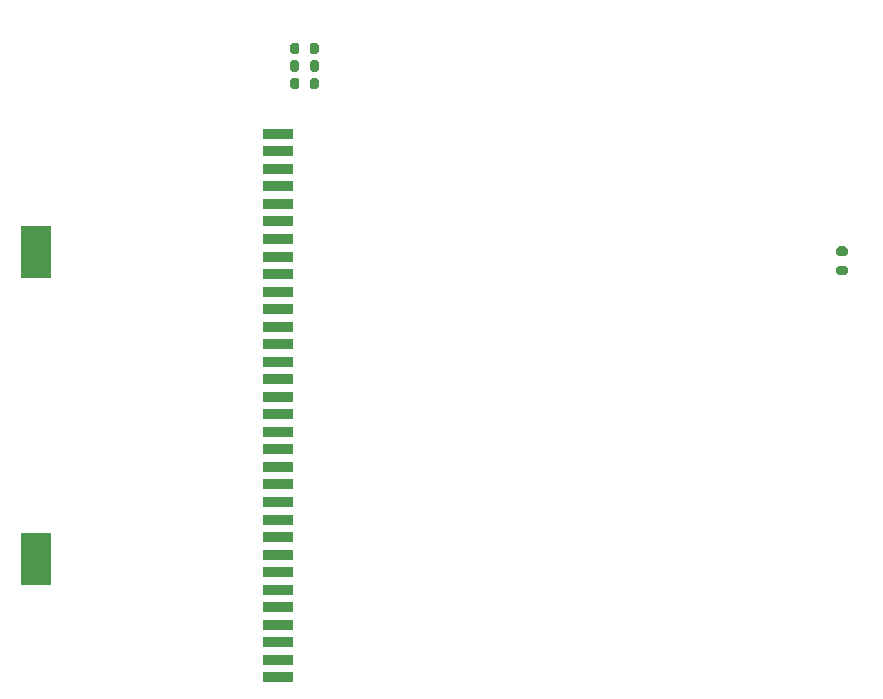
<source format=gbr>
%TF.GenerationSoftware,KiCad,Pcbnew,5.1.10-88a1d61d58~90~ubuntu20.04.1*%
%TF.CreationDate,2021-10-29T09:45:40+02:00*%
%TF.ProjectId,GameboyReader,47616d65-626f-4795-9265-616465722e6b,rev?*%
%TF.SameCoordinates,Original*%
%TF.FileFunction,Paste,Top*%
%TF.FilePolarity,Positive*%
%FSLAX46Y46*%
G04 Gerber Fmt 4.6, Leading zero omitted, Abs format (unit mm)*
G04 Created by KiCad (PCBNEW 5.1.10-88a1d61d58~90~ubuntu20.04.1) date 2021-10-29 09:45:40*
%MOMM*%
%LPD*%
G01*
G04 APERTURE LIST*
%ADD10R,2.500000X0.850000*%
%ADD11R,2.500000X4.500000*%
G04 APERTURE END LIST*
D10*
%TO.C,J1*%
X126750000Y-136258000D03*
X126750000Y-134774000D03*
X126750000Y-131804000D03*
X126750000Y-130320000D03*
X126750000Y-128835000D03*
X126750000Y-127354000D03*
X126750000Y-125867000D03*
X126750000Y-124382000D03*
X126750000Y-122898000D03*
X126750000Y-121413000D03*
X126750000Y-119930000D03*
X126750000Y-118445000D03*
X126750000Y-116961000D03*
X126750000Y-115477000D03*
X126750000Y-113991000D03*
X126750000Y-112508000D03*
X126750000Y-111023000D03*
X126750000Y-109539000D03*
X126750000Y-108055000D03*
X126750000Y-106569000D03*
X126750000Y-133289000D03*
X126750000Y-105086000D03*
X126750000Y-103603000D03*
X126750000Y-102117000D03*
X126750000Y-100633000D03*
X126750000Y-99148000D03*
X126750000Y-97664000D03*
X126750000Y-96181000D03*
X126750000Y-94695000D03*
X126750000Y-93212000D03*
X126750000Y-91727000D03*
X126750000Y-90242000D03*
D11*
X106249000Y-100250000D03*
X106249000Y-126251000D03*
%TD*%
%TO.C,R20*%
G36*
G01*
X174225000Y-101425000D02*
X174775000Y-101425000D01*
G75*
G02*
X174975000Y-101625000I0J-200000D01*
G01*
X174975000Y-102025000D01*
G75*
G02*
X174775000Y-102225000I-200000J0D01*
G01*
X174225000Y-102225000D01*
G75*
G02*
X174025000Y-102025000I0J200000D01*
G01*
X174025000Y-101625000D01*
G75*
G02*
X174225000Y-101425000I200000J0D01*
G01*
G37*
G36*
G01*
X174225000Y-99775000D02*
X174775000Y-99775000D01*
G75*
G02*
X174975000Y-99975000I0J-200000D01*
G01*
X174975000Y-100375000D01*
G75*
G02*
X174775000Y-100575000I-200000J0D01*
G01*
X174225000Y-100575000D01*
G75*
G02*
X174025000Y-100375000I0J200000D01*
G01*
X174025000Y-99975000D01*
G75*
G02*
X174225000Y-99775000I200000J0D01*
G01*
G37*
%TD*%
%TO.C,R17*%
G36*
G01*
X127775000Y-86275000D02*
X127775000Y-85725000D01*
G75*
G02*
X127975000Y-85525000I200000J0D01*
G01*
X128375000Y-85525000D01*
G75*
G02*
X128575000Y-85725000I0J-200000D01*
G01*
X128575000Y-86275000D01*
G75*
G02*
X128375000Y-86475000I-200000J0D01*
G01*
X127975000Y-86475000D01*
G75*
G02*
X127775000Y-86275000I0J200000D01*
G01*
G37*
G36*
G01*
X129425000Y-86275000D02*
X129425000Y-85725000D01*
G75*
G02*
X129625000Y-85525000I200000J0D01*
G01*
X130025000Y-85525000D01*
G75*
G02*
X130225000Y-85725000I0J-200000D01*
G01*
X130225000Y-86275000D01*
G75*
G02*
X130025000Y-86475000I-200000J0D01*
G01*
X129625000Y-86475000D01*
G75*
G02*
X129425000Y-86275000I0J200000D01*
G01*
G37*
%TD*%
%TO.C,R18*%
G36*
G01*
X129425000Y-83275000D02*
X129425000Y-82725000D01*
G75*
G02*
X129625000Y-82525000I200000J0D01*
G01*
X130025000Y-82525000D01*
G75*
G02*
X130225000Y-82725000I0J-200000D01*
G01*
X130225000Y-83275000D01*
G75*
G02*
X130025000Y-83475000I-200000J0D01*
G01*
X129625000Y-83475000D01*
G75*
G02*
X129425000Y-83275000I0J200000D01*
G01*
G37*
G36*
G01*
X127775000Y-83275000D02*
X127775000Y-82725000D01*
G75*
G02*
X127975000Y-82525000I200000J0D01*
G01*
X128375000Y-82525000D01*
G75*
G02*
X128575000Y-82725000I0J-200000D01*
G01*
X128575000Y-83275000D01*
G75*
G02*
X128375000Y-83475000I-200000J0D01*
G01*
X127975000Y-83475000D01*
G75*
G02*
X127775000Y-83275000I0J200000D01*
G01*
G37*
%TD*%
%TO.C,R19*%
G36*
G01*
X130225000Y-84225000D02*
X130225000Y-84775000D01*
G75*
G02*
X130025000Y-84975000I-200000J0D01*
G01*
X129625000Y-84975000D01*
G75*
G02*
X129425000Y-84775000I0J200000D01*
G01*
X129425000Y-84225000D01*
G75*
G02*
X129625000Y-84025000I200000J0D01*
G01*
X130025000Y-84025000D01*
G75*
G02*
X130225000Y-84225000I0J-200000D01*
G01*
G37*
G36*
G01*
X128575000Y-84225000D02*
X128575000Y-84775000D01*
G75*
G02*
X128375000Y-84975000I-200000J0D01*
G01*
X127975000Y-84975000D01*
G75*
G02*
X127775000Y-84775000I0J200000D01*
G01*
X127775000Y-84225000D01*
G75*
G02*
X127975000Y-84025000I200000J0D01*
G01*
X128375000Y-84025000D01*
G75*
G02*
X128575000Y-84225000I0J-200000D01*
G01*
G37*
%TD*%
M02*

</source>
